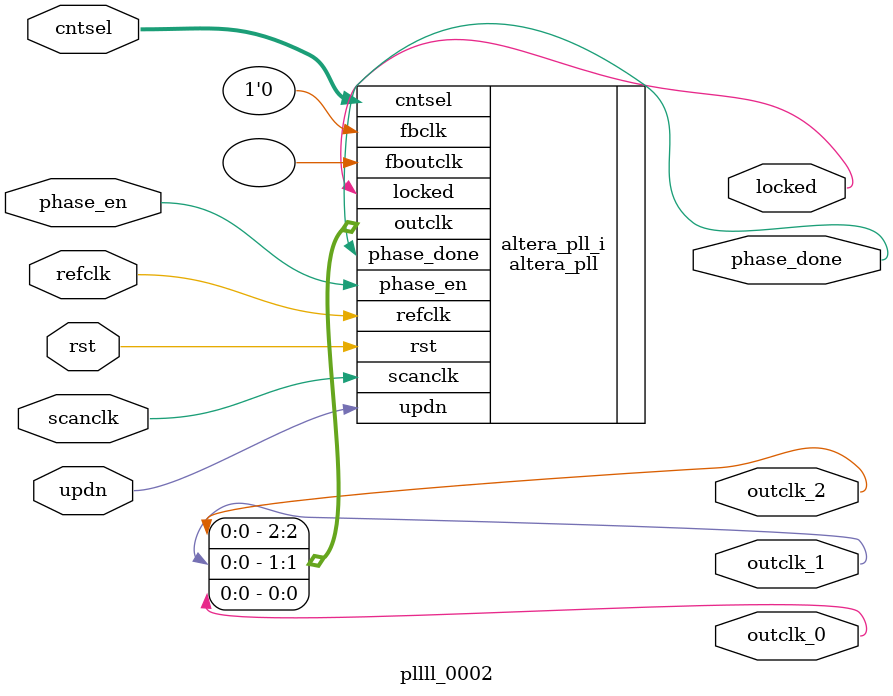
<source format=v>
`timescale 1ns/10ps
module  pllll_0002(

	// interface 'refclk'
	input wire refclk,

	// interface 'reset'
	input wire rst,

	// interface 'outclk0'
	output wire outclk_0,

	// interface 'outclk1'
	output wire outclk_1,

	// interface 'outclk2'
	output wire outclk_2,

	// interface 'locked'
	output wire locked,

	// interface 'phase_en'
	input wire phase_en,

	// interface 'scanclk'
	input wire scanclk,

	// interface 'updn'
	input wire updn,

	// interface 'cntsel'
	input wire [4:0] cntsel,

	// interface 'phase_done'
	output wire phase_done
);

	altera_pll #(
		.fractional_vco_multiplier("false"),
		.reference_clock_frequency("74.25 MHz"),
		.pll_fractional_cout(32),
		.pll_dsm_out_sel("1st_order"),
		.operation_mode("source synchronous"),
		.number_of_clocks(3),
		.output_clock_frequency0("519.750000 MHz"),
		.phase_shift0("0 ps"),
		.duty_cycle0(50),
		.output_clock_frequency1("519.750000 MHz"),
		.phase_shift1("80 ps"),
		.duty_cycle1(50),
		.output_clock_frequency2("74.250000 MHz"),
		.phase_shift2("0 ps"),
		.duty_cycle2(50),
		.output_clock_frequency3("0 MHz"),
		.phase_shift3("0 ps"),
		.duty_cycle3(50),
		.output_clock_frequency4("0 MHz"),
		.phase_shift4("0 ps"),
		.duty_cycle4(50),
		.output_clock_frequency5("0 MHz"),
		.phase_shift5("0 ps"),
		.duty_cycle5(50),
		.output_clock_frequency6("0 MHz"),
		.phase_shift6("0 ps"),
		.duty_cycle6(50),
		.output_clock_frequency7("0 MHz"),
		.phase_shift7("0 ps"),
		.duty_cycle7(50),
		.output_clock_frequency8("0 MHz"),
		.phase_shift8("0 ps"),
		.duty_cycle8(50),
		.output_clock_frequency9("0 MHz"),
		.phase_shift9("0 ps"),
		.duty_cycle9(50),
		.output_clock_frequency10("0 MHz"),
		.phase_shift10("0 ps"),
		.duty_cycle10(50),
		.output_clock_frequency11("0 MHz"),
		.phase_shift11("0 ps"),
		.duty_cycle11(50),
		.output_clock_frequency12("0 MHz"),
		.phase_shift12("0 ps"),
		.duty_cycle12(50),
		.output_clock_frequency13("0 MHz"),
		.phase_shift13("0 ps"),
		.duty_cycle13(50),
		.output_clock_frequency14("0 MHz"),
		.phase_shift14("0 ps"),
		.duty_cycle14(50),
		.output_clock_frequency15("0 MHz"),
		.phase_shift15("0 ps"),
		.duty_cycle15(50),
		.output_clock_frequency16("0 MHz"),
		.phase_shift16("0 ps"),
		.duty_cycle16(50),
		.output_clock_frequency17("0 MHz"),
		.phase_shift17("0 ps"),
		.duty_cycle17(50),
		.pll_type("Cyclone V"),
		.pll_subtype("DPS"),
		.m_cnt_hi_div(11),
		.m_cnt_lo_div(10),
		.n_cnt_hi_div(256),
		.n_cnt_lo_div(256),
		.m_cnt_bypass_en("false"),
		.n_cnt_bypass_en("true"),
		.m_cnt_odd_div_duty_en("true"),
		.n_cnt_odd_div_duty_en("false"),
		.c_cnt_hi_div0(2),
		.c_cnt_lo_div0(1),
		.c_cnt_prst0(1),
		.c_cnt_ph_mux_prst0(0),
		.c_cnt_in_src0("ph_mux_clk"),
		.c_cnt_bypass_en0("false"),
		.c_cnt_odd_div_duty_en0("true"),
		.c_cnt_hi_div1(2),
		.c_cnt_lo_div1(1),
		.c_cnt_prst1(1),
		.c_cnt_ph_mux_prst1(1),
		.c_cnt_in_src1("ph_mux_clk"),
		.c_cnt_bypass_en1("false"),
		.c_cnt_odd_div_duty_en1("true"),
		.c_cnt_hi_div2(11),
		.c_cnt_lo_div2(10),
		.c_cnt_prst2(1),
		.c_cnt_ph_mux_prst2(0),
		.c_cnt_in_src2("ph_mux_clk"),
		.c_cnt_bypass_en2("false"),
		.c_cnt_odd_div_duty_en2("true"),
		.c_cnt_hi_div3(1),
		.c_cnt_lo_div3(1),
		.c_cnt_prst3(1),
		.c_cnt_ph_mux_prst3(0),
		.c_cnt_in_src3("ph_mux_clk"),
		.c_cnt_bypass_en3("true"),
		.c_cnt_odd_div_duty_en3("false"),
		.c_cnt_hi_div4(1),
		.c_cnt_lo_div4(1),
		.c_cnt_prst4(1),
		.c_cnt_ph_mux_prst4(0),
		.c_cnt_in_src4("ph_mux_clk"),
		.c_cnt_bypass_en4("true"),
		.c_cnt_odd_div_duty_en4("false"),
		.c_cnt_hi_div5(1),
		.c_cnt_lo_div5(1),
		.c_cnt_prst5(1),
		.c_cnt_ph_mux_prst5(0),
		.c_cnt_in_src5("ph_mux_clk"),
		.c_cnt_bypass_en5("true"),
		.c_cnt_odd_div_duty_en5("false"),
		.c_cnt_hi_div6(1),
		.c_cnt_lo_div6(1),
		.c_cnt_prst6(1),
		.c_cnt_ph_mux_prst6(0),
		.c_cnt_in_src6("ph_mux_clk"),
		.c_cnt_bypass_en6("true"),
		.c_cnt_odd_div_duty_en6("false"),
		.c_cnt_hi_div7(1),
		.c_cnt_lo_div7(1),
		.c_cnt_prst7(1),
		.c_cnt_ph_mux_prst7(0),
		.c_cnt_in_src7("ph_mux_clk"),
		.c_cnt_bypass_en7("true"),
		.c_cnt_odd_div_duty_en7("false"),
		.c_cnt_hi_div8(1),
		.c_cnt_lo_div8(1),
		.c_cnt_prst8(1),
		.c_cnt_ph_mux_prst8(0),
		.c_cnt_in_src8("ph_mux_clk"),
		.c_cnt_bypass_en8("true"),
		.c_cnt_odd_div_duty_en8("false"),
		.c_cnt_hi_div9(1),
		.c_cnt_lo_div9(1),
		.c_cnt_prst9(1),
		.c_cnt_ph_mux_prst9(0),
		.c_cnt_in_src9("ph_mux_clk"),
		.c_cnt_bypass_en9("true"),
		.c_cnt_odd_div_duty_en9("false"),
		.c_cnt_hi_div10(1),
		.c_cnt_lo_div10(1),
		.c_cnt_prst10(1),
		.c_cnt_ph_mux_prst10(0),
		.c_cnt_in_src10("ph_mux_clk"),
		.c_cnt_bypass_en10("true"),
		.c_cnt_odd_div_duty_en10("false"),
		.c_cnt_hi_div11(1),
		.c_cnt_lo_div11(1),
		.c_cnt_prst11(1),
		.c_cnt_ph_mux_prst11(0),
		.c_cnt_in_src11("ph_mux_clk"),
		.c_cnt_bypass_en11("true"),
		.c_cnt_odd_div_duty_en11("false"),
		.c_cnt_hi_div12(1),
		.c_cnt_lo_div12(1),
		.c_cnt_prst12(1),
		.c_cnt_ph_mux_prst12(0),
		.c_cnt_in_src12("ph_mux_clk"),
		.c_cnt_bypass_en12("true"),
		.c_cnt_odd_div_duty_en12("false"),
		.c_cnt_hi_div13(1),
		.c_cnt_lo_div13(1),
		.c_cnt_prst13(1),
		.c_cnt_ph_mux_prst13(0),
		.c_cnt_in_src13("ph_mux_clk"),
		.c_cnt_bypass_en13("true"),
		.c_cnt_odd_div_duty_en13("false"),
		.c_cnt_hi_div14(1),
		.c_cnt_lo_div14(1),
		.c_cnt_prst14(1),
		.c_cnt_ph_mux_prst14(0),
		.c_cnt_in_src14("ph_mux_clk"),
		.c_cnt_bypass_en14("true"),
		.c_cnt_odd_div_duty_en14("false"),
		.c_cnt_hi_div15(1),
		.c_cnt_lo_div15(1),
		.c_cnt_prst15(1),
		.c_cnt_ph_mux_prst15(0),
		.c_cnt_in_src15("ph_mux_clk"),
		.c_cnt_bypass_en15("true"),
		.c_cnt_odd_div_duty_en15("false"),
		.c_cnt_hi_div16(1),
		.c_cnt_lo_div16(1),
		.c_cnt_prst16(1),
		.c_cnt_ph_mux_prst16(0),
		.c_cnt_in_src16("ph_mux_clk"),
		.c_cnt_bypass_en16("true"),
		.c_cnt_odd_div_duty_en16("false"),
		.c_cnt_hi_div17(1),
		.c_cnt_lo_div17(1),
		.c_cnt_prst17(1),
		.c_cnt_ph_mux_prst17(0),
		.c_cnt_in_src17("ph_mux_clk"),
		.c_cnt_bypass_en17("true"),
		.c_cnt_odd_div_duty_en17("false"),
		.pll_vco_div(1),
		.pll_cp_current(20),
		.pll_bwctrl(4000),
		.pll_output_clk_frequency("1559.25 MHz"),
		.pll_fractional_division("1"),
		.mimic_fbclk_type("gclk"),
		.pll_fbclk_mux_1("glb"),
		.pll_fbclk_mux_2("fb_1"),
		.pll_m_cnt_in_src("ph_mux_clk"),
		.pll_slf_rst("false")
	) altera_pll_i (
		.rst	(rst),
		.cntsel	(cntsel),
		.outclk	({outclk_2, outclk_1, outclk_0}),
		.locked	(locked),
		.phase_done	(phase_done),
		.fboutclk	( ),
		.fbclk	(1'b0),
		.refclk	(refclk),
		.phase_en	(phase_en),
		.scanclk	(scanclk),
		.updn	(updn)
	);
endmodule


</source>
